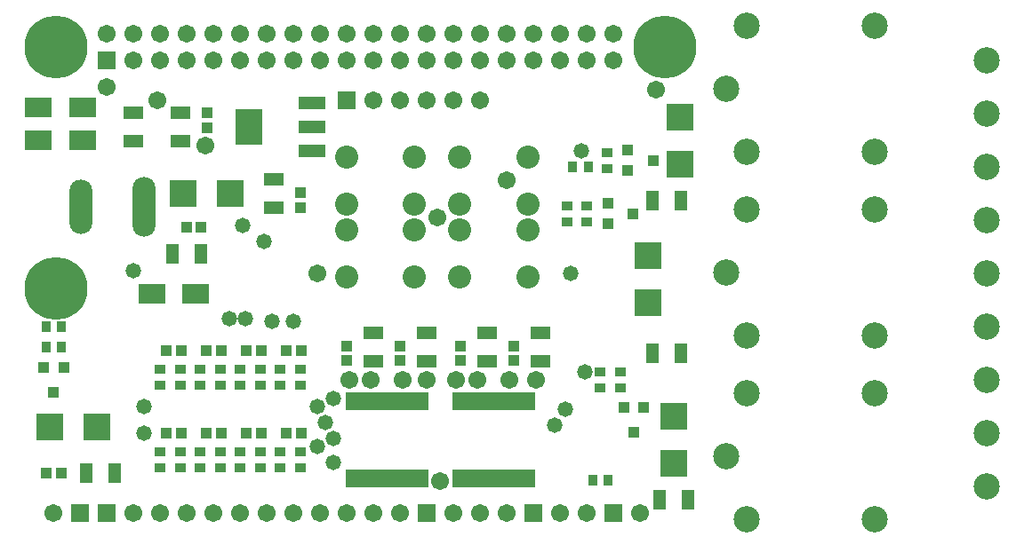
<source format=gbs>
G04 Layer_Color=16711935*
%FSLAX25Y25*%
%MOIN*%
G70*
G01*
G75*
%ADD36R,0.06706X0.06706*%
%ADD37C,0.06706*%
%ADD38C,0.09855*%
%ADD39C,0.08674*%
%ADD40C,0.23622*%
%ADD41O,0.08674X0.22453*%
%ADD42O,0.08674X0.20485*%
%ADD43R,0.03556X0.04343*%
%ADD44R,0.09855X0.09855*%
%ADD45R,0.03950X0.03950*%
%ADD46R,0.04343X0.03556*%
%ADD47R,0.05131X0.07493*%
%ADD48R,0.03950X0.03950*%
%ADD49R,0.03950X0.04343*%
%ADD50R,0.04343X0.03950*%
%ADD51R,0.09855X0.07493*%
%ADD52R,0.07493X0.05131*%
%ADD53R,0.02572X0.07099*%
%ADD54R,0.09855X0.09855*%
%ADD55R,0.10052X0.04737*%
%ADD56R,0.10052X0.13792*%
%ADD57C,0.05800*%
D36*
X90000Y-15000D02*
D03*
X190000Y-170000D02*
D03*
X120000D02*
D03*
X160000D02*
D03*
X-10000D02*
D03*
X0D02*
D03*
Y0D02*
D03*
D37*
X100000Y-15000D02*
D03*
X110000D02*
D03*
X120000D02*
D03*
X130000D02*
D03*
X140000D02*
D03*
X180000Y-170000D02*
D03*
X170000D02*
D03*
X90000D02*
D03*
X100000D02*
D03*
X110000D02*
D03*
X130000D02*
D03*
X140000D02*
D03*
X150000D02*
D03*
X-20000D02*
D03*
X10000D02*
D03*
X20000D02*
D03*
X30000D02*
D03*
X40000D02*
D03*
X50000D02*
D03*
X60000D02*
D03*
X70000D02*
D03*
X190000Y10000D02*
D03*
Y0D02*
D03*
X180000Y10000D02*
D03*
Y0D02*
D03*
X170000Y10000D02*
D03*
Y0D02*
D03*
X160000Y10000D02*
D03*
Y0D02*
D03*
X150000Y10000D02*
D03*
Y0D02*
D03*
X140000Y10000D02*
D03*
Y0D02*
D03*
X130000Y10000D02*
D03*
Y0D02*
D03*
X120000Y10000D02*
D03*
Y0D02*
D03*
X110000Y10000D02*
D03*
Y0D02*
D03*
X100000Y10000D02*
D03*
Y0D02*
D03*
X90000Y10000D02*
D03*
Y0D02*
D03*
X80000Y10000D02*
D03*
Y0D02*
D03*
X70000Y10000D02*
D03*
Y0D02*
D03*
X60000Y10000D02*
D03*
Y0D02*
D03*
X50000Y10000D02*
D03*
Y0D02*
D03*
X40000Y10000D02*
D03*
Y0D02*
D03*
X30000Y10000D02*
D03*
Y0D02*
D03*
X20000Y10000D02*
D03*
Y0D02*
D03*
X10000Y10000D02*
D03*
Y0D02*
D03*
X0Y10000D02*
D03*
X150000Y-45000D02*
D03*
X79000Y-80000D02*
D03*
X200000Y-170000D02*
D03*
X80000D02*
D03*
X0Y-10000D02*
D03*
X151000Y-120000D02*
D03*
X161000D02*
D03*
X139000D02*
D03*
X91000D02*
D03*
X99000D02*
D03*
X111000D02*
D03*
X120000D02*
D03*
X131000D02*
D03*
X124000Y-59000D02*
D03*
X19000Y-15000D02*
D03*
X37000Y-32000D02*
D03*
X206000Y-11000D02*
D03*
X125000Y-158000D02*
D03*
D38*
X330000Y-120000D02*
D03*
Y-140000D02*
D03*
Y-160000D02*
D03*
X239913Y-172142D02*
D03*
X287945D02*
D03*
Y-124898D02*
D03*
X239913D02*
D03*
X232039Y-148520D02*
D03*
X330000Y0D02*
D03*
Y-20000D02*
D03*
Y-40000D02*
D03*
X239913Y-34142D02*
D03*
X287945D02*
D03*
Y13102D02*
D03*
X239913D02*
D03*
X232039Y-10520D02*
D03*
X239913Y-103142D02*
D03*
X287945D02*
D03*
Y-55898D02*
D03*
X239913D02*
D03*
X232039Y-79520D02*
D03*
X330000Y-60000D02*
D03*
Y-80000D02*
D03*
Y-100000D02*
D03*
D39*
X157795Y-63642D02*
D03*
Y-81358D02*
D03*
X132205Y-63642D02*
D03*
Y-81358D02*
D03*
X157795Y-36142D02*
D03*
Y-53858D02*
D03*
X132205Y-36142D02*
D03*
Y-53858D02*
D03*
X115295Y-36142D02*
D03*
Y-53858D02*
D03*
X89705Y-36142D02*
D03*
Y-53858D02*
D03*
X115295Y-63642D02*
D03*
Y-81358D02*
D03*
X89705Y-63642D02*
D03*
Y-81358D02*
D03*
D40*
X-19173Y-85551D02*
D03*
Y5000D02*
D03*
X209173D02*
D03*
D41*
X13937Y-55000D02*
D03*
D42*
X-9685D02*
D03*
D43*
X182047Y-157500D02*
D03*
X187953D02*
D03*
X180453Y-40000D02*
D03*
X174547D02*
D03*
X-22953Y-100000D02*
D03*
X-17047D02*
D03*
X-17047Y-107500D02*
D03*
X-22953D02*
D03*
D44*
X212500Y-151358D02*
D03*
Y-133642D02*
D03*
X203000Y-90858D02*
D03*
Y-73142D02*
D03*
X215000Y-38858D02*
D03*
Y-21142D02*
D03*
D45*
X197500Y-139724D02*
D03*
X193760Y-130276D02*
D03*
X201240D02*
D03*
X-20000Y-124724D02*
D03*
X-23740Y-115276D02*
D03*
X-16260D02*
D03*
D46*
X185000Y-122953D02*
D03*
Y-117047D02*
D03*
X192500Y-117047D02*
D03*
Y-122953D02*
D03*
X172500Y-54547D02*
D03*
Y-60453D02*
D03*
X180000Y-54547D02*
D03*
Y-60453D02*
D03*
X187500Y-34547D02*
D03*
Y-40453D02*
D03*
X27500Y-116047D02*
D03*
Y-121953D02*
D03*
X42500Y-116047D02*
D03*
Y-121953D02*
D03*
X20000Y-116047D02*
D03*
Y-121953D02*
D03*
X35000Y-116047D02*
D03*
Y-121953D02*
D03*
X57500Y-116047D02*
D03*
Y-121953D02*
D03*
X50000Y-116047D02*
D03*
Y-121953D02*
D03*
X72500Y-116047D02*
D03*
Y-121953D02*
D03*
X65000Y-116047D02*
D03*
Y-121953D02*
D03*
X57500Y-147047D02*
D03*
Y-152953D02*
D03*
X65000Y-147047D02*
D03*
Y-152953D02*
D03*
X50000Y-147047D02*
D03*
Y-152953D02*
D03*
X27500Y-147047D02*
D03*
Y-152953D02*
D03*
X72500Y-147047D02*
D03*
Y-152953D02*
D03*
X20000Y-147047D02*
D03*
Y-152953D02*
D03*
X42500Y-147047D02*
D03*
Y-152953D02*
D03*
X35000Y-147047D02*
D03*
Y-152953D02*
D03*
D47*
X217815Y-165000D02*
D03*
X207185D02*
D03*
X215315Y-110000D02*
D03*
X204685D02*
D03*
X215315Y-52500D02*
D03*
X204685D02*
D03*
X35315Y-72500D02*
D03*
X24685D02*
D03*
X2815Y-155000D02*
D03*
X-7815D02*
D03*
D48*
X197224Y-57500D02*
D03*
X187776Y-61240D02*
D03*
Y-53760D02*
D03*
X204724Y-37500D02*
D03*
X195276Y-41240D02*
D03*
Y-33760D02*
D03*
D49*
X52244Y-109000D02*
D03*
X57756D02*
D03*
X67244D02*
D03*
X72756D02*
D03*
X37244D02*
D03*
X42756D02*
D03*
X22244D02*
D03*
X27756D02*
D03*
X67244Y-140000D02*
D03*
X72756D02*
D03*
X-22756Y-155000D02*
D03*
X-17244D02*
D03*
X52244Y-140000D02*
D03*
X57756D02*
D03*
X37244D02*
D03*
X42756D02*
D03*
X29744Y-62500D02*
D03*
X35256D02*
D03*
X22244Y-140000D02*
D03*
X27756D02*
D03*
D50*
X72500Y-49744D02*
D03*
Y-55256D02*
D03*
X90000Y-107244D02*
D03*
Y-112756D02*
D03*
X110000Y-107244D02*
D03*
Y-112756D02*
D03*
X132500Y-107244D02*
D03*
Y-112756D02*
D03*
X37500Y-25256D02*
D03*
Y-19744D02*
D03*
X152500Y-107244D02*
D03*
Y-112756D02*
D03*
D51*
X16732Y-87500D02*
D03*
X33268D02*
D03*
X-25768Y-30000D02*
D03*
X-9232D02*
D03*
X-25768Y-17500D02*
D03*
X-9232D02*
D03*
D52*
X120000Y-112815D02*
D03*
Y-102185D02*
D03*
X162500Y-112815D02*
D03*
Y-102185D02*
D03*
X10000Y-19685D02*
D03*
Y-30315D02*
D03*
X100000Y-112815D02*
D03*
Y-102185D02*
D03*
X27500Y-19685D02*
D03*
Y-30315D02*
D03*
X62500Y-55315D02*
D03*
Y-44685D02*
D03*
X142500Y-112815D02*
D03*
Y-102185D02*
D03*
D53*
X159075Y-157067D02*
D03*
X156516D02*
D03*
X153957D02*
D03*
X151398D02*
D03*
X148839D02*
D03*
X146280D02*
D03*
X143720D02*
D03*
X141161D02*
D03*
X138602D02*
D03*
X136043D02*
D03*
X133484D02*
D03*
X130925D02*
D03*
X159075Y-127933D02*
D03*
X156516D02*
D03*
X153957D02*
D03*
X151398D02*
D03*
X148839D02*
D03*
X146280D02*
D03*
X143720D02*
D03*
X141161D02*
D03*
X138602D02*
D03*
X136043D02*
D03*
X133484D02*
D03*
X130925D02*
D03*
X119075Y-157067D02*
D03*
X116516D02*
D03*
X113957D02*
D03*
X111398D02*
D03*
X108839D02*
D03*
X106280D02*
D03*
X103720D02*
D03*
X101161D02*
D03*
X98602D02*
D03*
X96043D02*
D03*
X93484D02*
D03*
X90925D02*
D03*
X119075Y-127933D02*
D03*
X116516D02*
D03*
X113957D02*
D03*
X111398D02*
D03*
X108839D02*
D03*
X106280D02*
D03*
X103720D02*
D03*
X101161D02*
D03*
X98602D02*
D03*
X96043D02*
D03*
X93484D02*
D03*
X90925D02*
D03*
D54*
X-3642Y-137500D02*
D03*
X-21358D02*
D03*
X46358Y-50000D02*
D03*
X28642D02*
D03*
D55*
X76910Y-15945D02*
D03*
Y-25000D02*
D03*
Y-34055D02*
D03*
D56*
X53091Y-25000D02*
D03*
D57*
X62000Y-98000D02*
D03*
X59000Y-68000D02*
D03*
X168000Y-137000D02*
D03*
X174000Y-80000D02*
D03*
X172000Y-131000D02*
D03*
X178000Y-34000D02*
D03*
X179047Y-117047D02*
D03*
X70000Y-98000D02*
D03*
X46000Y-97000D02*
D03*
X52000D02*
D03*
X10000Y-79000D02*
D03*
X51000Y-62000D02*
D03*
X82000Y-136000D02*
D03*
X79000Y-130000D02*
D03*
X85000Y-127000D02*
D03*
Y-142000D02*
D03*
X14000Y-130000D02*
D03*
Y-140000D02*
D03*
X79000Y-145000D02*
D03*
X85000Y-151000D02*
D03*
M02*

</source>
